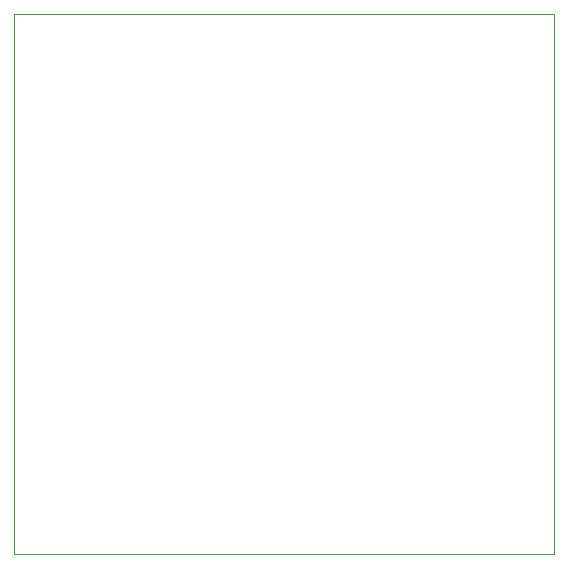
<source format=gm1>
G04 #@! TF.GenerationSoftware,KiCad,Pcbnew,6.0.4-6f826c9f35~116~ubuntu18.04.1*
G04 #@! TF.CreationDate,2022-04-26T12:07:31+08:00*
G04 #@! TF.ProjectId,ESP32_CAN_TEST,45535033-325f-4434-914e-5f544553542e,rev?*
G04 #@! TF.SameCoordinates,Original*
G04 #@! TF.FileFunction,Profile,NP*
%FSLAX46Y46*%
G04 Gerber Fmt 4.6, Leading zero omitted, Abs format (unit mm)*
G04 Created by KiCad (PCBNEW 6.0.4-6f826c9f35~116~ubuntu18.04.1) date 2022-04-26 12:07:31*
%MOMM*%
%LPD*%
G01*
G04 APERTURE LIST*
G04 #@! TA.AperFunction,Profile*
%ADD10C,0.100000*%
G04 #@! TD*
G04 APERTURE END LIST*
D10*
X101600000Y-40640000D02*
X101600000Y-86360000D01*
X147320000Y-86360000D02*
X147320000Y-40640000D01*
X101600000Y-86360000D02*
X147320000Y-86360000D01*
X147320000Y-40640000D02*
X101600000Y-40640000D01*
M02*

</source>
